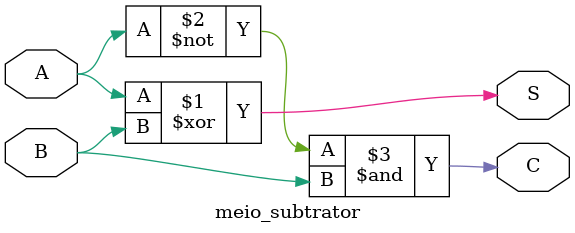
<source format=v>
module  meio_subtrator (
    A, B, S, C
);
    input   A, B;
    output  S, C;

    assign S = A ^ B;
    assign C = ~A & B;   
    
endmodule
</source>
